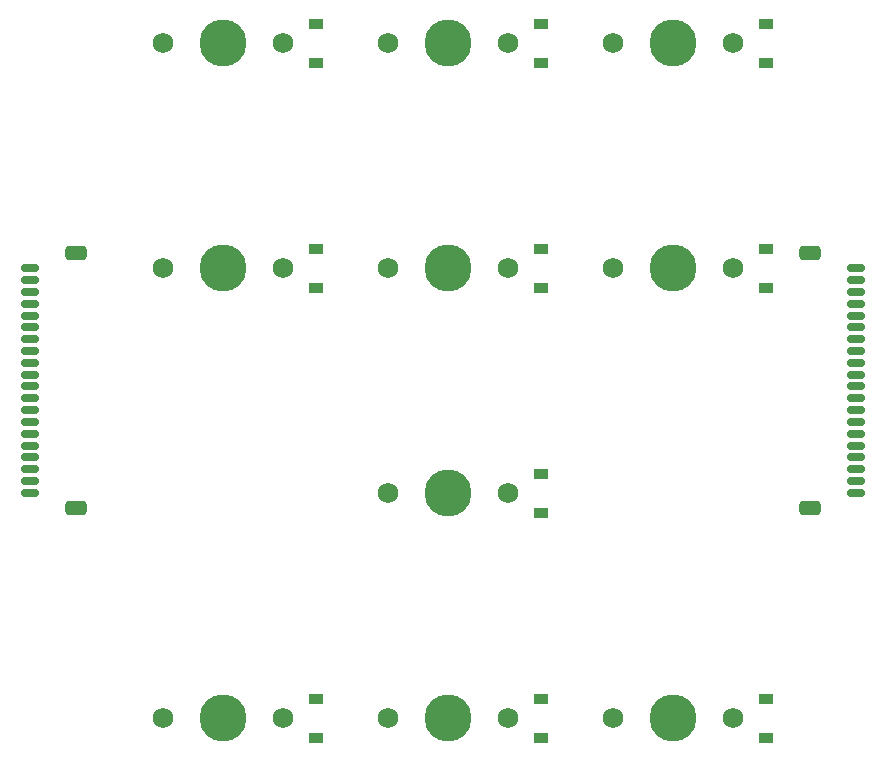
<source format=gts>
G04 #@! TF.GenerationSoftware,KiCad,Pcbnew,(6.0.9)*
G04 #@! TF.CreationDate,2022-12-29T20:25:29-06:00*
G04 #@! TF.ProjectId,Navigation Keys,4e617669-6761-4746-996f-6e204b657973,rev?*
G04 #@! TF.SameCoordinates,Original*
G04 #@! TF.FileFunction,Soldermask,Top*
G04 #@! TF.FilePolarity,Negative*
%FSLAX46Y46*%
G04 Gerber Fmt 4.6, Leading zero omitted, Abs format (unit mm)*
G04 Created by KiCad (PCBNEW (6.0.9)) date 2022-12-29 20:25:29*
%MOMM*%
%LPD*%
G01*
G04 APERTURE LIST*
G04 Aperture macros list*
%AMRoundRect*
0 Rectangle with rounded corners*
0 $1 Rounding radius*
0 $2 $3 $4 $5 $6 $7 $8 $9 X,Y pos of 4 corners*
0 Add a 4 corners polygon primitive as box body*
4,1,4,$2,$3,$4,$5,$6,$7,$8,$9,$2,$3,0*
0 Add four circle primitives for the rounded corners*
1,1,$1+$1,$2,$3*
1,1,$1+$1,$4,$5*
1,1,$1+$1,$6,$7*
1,1,$1+$1,$8,$9*
0 Add four rect primitives between the rounded corners*
20,1,$1+$1,$2,$3,$4,$5,0*
20,1,$1+$1,$4,$5,$6,$7,0*
20,1,$1+$1,$6,$7,$8,$9,0*
20,1,$1+$1,$8,$9,$2,$3,0*%
G04 Aperture macros list end*
%ADD10R,1.200000X0.900000*%
%ADD11RoundRect,0.150000X0.625000X-0.150000X0.625000X0.150000X-0.625000X0.150000X-0.625000X-0.150000X0*%
%ADD12RoundRect,0.250000X0.650000X-0.350000X0.650000X0.350000X-0.650000X0.350000X-0.650000X-0.350000X0*%
%ADD13C,3.987800*%
%ADD14C,1.750000*%
%ADD15RoundRect,0.150000X-0.625000X0.150000X-0.625000X-0.150000X0.625000X-0.150000X0.625000X0.150000X0*%
%ADD16RoundRect,0.250000X-0.650000X0.350000X-0.650000X-0.350000X0.650000X-0.350000X0.650000X0.350000X0*%
G04 APERTURE END LIST*
D10*
X161131250Y-91343750D03*
X161131250Y-88043750D03*
D11*
X136906250Y-108718750D03*
X136906250Y-107718750D03*
X136906250Y-106718750D03*
X136906250Y-105718750D03*
X136906250Y-104718750D03*
X136906250Y-103718750D03*
X136906250Y-102718750D03*
X136906250Y-101718750D03*
X136906250Y-100718750D03*
X136906250Y-99718750D03*
X136906250Y-98718750D03*
X136906250Y-97718750D03*
X136906250Y-96718750D03*
X136906250Y-95718750D03*
X136906250Y-94718750D03*
X136906250Y-93718750D03*
X136906250Y-92718750D03*
X136906250Y-91718750D03*
X136906250Y-90718750D03*
X136906250Y-89718750D03*
D12*
X140781250Y-88418750D03*
X140781250Y-110018750D03*
D10*
X161131250Y-72293750D03*
X161131250Y-68993750D03*
X161131250Y-129443750D03*
X161131250Y-126143750D03*
D13*
X191293750Y-127793750D03*
D14*
X196373750Y-127793750D03*
X186213750Y-127793750D03*
D10*
X180181250Y-72293750D03*
X180181250Y-68993750D03*
D14*
X148113750Y-70643750D03*
D13*
X153193750Y-70643750D03*
D14*
X158273750Y-70643750D03*
D13*
X191293750Y-70643750D03*
D14*
X186213750Y-70643750D03*
X196373750Y-70643750D03*
D10*
X199231250Y-129443750D03*
X199231250Y-126143750D03*
X180181250Y-91343750D03*
X180181250Y-88043750D03*
D14*
X177323750Y-70643750D03*
D13*
X172243750Y-70643750D03*
D14*
X167163750Y-70643750D03*
D13*
X153193750Y-127793750D03*
D14*
X158273750Y-127793750D03*
X148113750Y-127793750D03*
D13*
X153193750Y-89693750D03*
D14*
X158273750Y-89693750D03*
X148113750Y-89693750D03*
D10*
X180181250Y-110393750D03*
X180181250Y-107093750D03*
D13*
X172243750Y-89693750D03*
D14*
X177323750Y-89693750D03*
X167163750Y-89693750D03*
D13*
X191293750Y-89693750D03*
D14*
X196373750Y-89693750D03*
X186213750Y-89693750D03*
X167163750Y-108743750D03*
D13*
X172243750Y-108743750D03*
D14*
X177323750Y-108743750D03*
D10*
X180181250Y-129443750D03*
X180181250Y-126143750D03*
X199231250Y-91343750D03*
X199231250Y-88043750D03*
X199231250Y-72293750D03*
X199231250Y-68993750D03*
D15*
X206787500Y-89718750D03*
X206787500Y-90718750D03*
X206787500Y-91718750D03*
X206787500Y-92718750D03*
X206787500Y-93718750D03*
X206787500Y-94718750D03*
X206787500Y-95718750D03*
X206787500Y-96718750D03*
X206787500Y-97718750D03*
X206787500Y-98718750D03*
X206787500Y-99718750D03*
X206787500Y-100718750D03*
X206787500Y-101718750D03*
X206787500Y-102718750D03*
X206787500Y-103718750D03*
X206787500Y-104718750D03*
X206787500Y-105718750D03*
X206787500Y-106718750D03*
X206787500Y-107718750D03*
X206787500Y-108718750D03*
D16*
X202912500Y-110018750D03*
X202912500Y-88418750D03*
D13*
X172243750Y-127793750D03*
D14*
X167163750Y-127793750D03*
X177323750Y-127793750D03*
M02*

</source>
